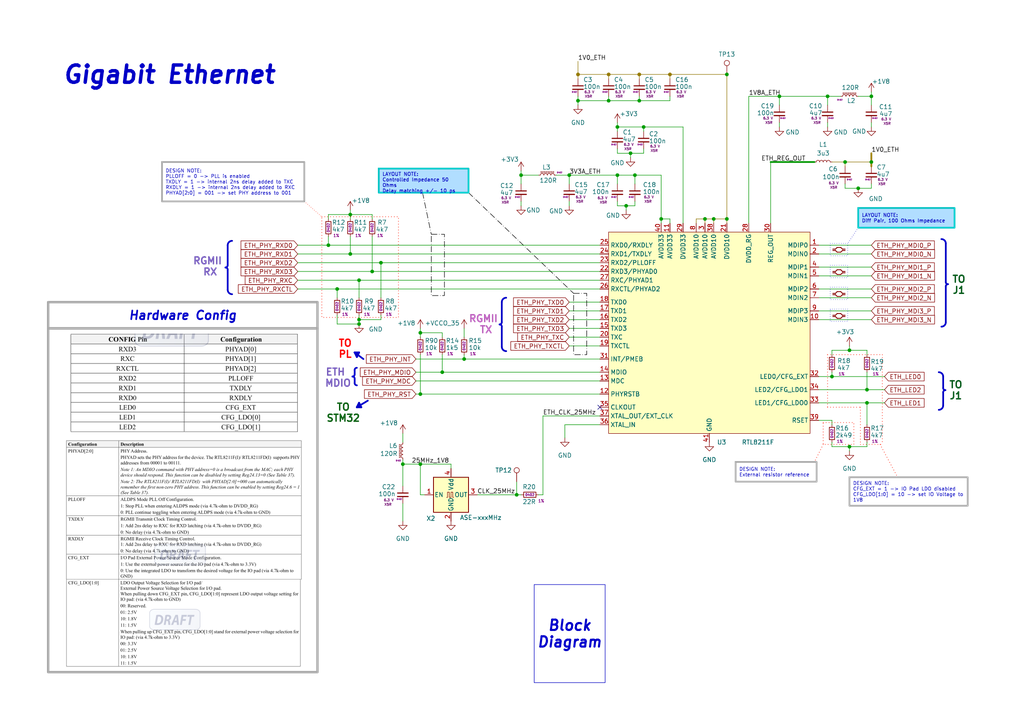
<source format=kicad_sch>
(kicad_sch (version 20250114) (generator "eeschema") (generator_version "9.0")
  (paper "A4")
  (title_block (title "Ethernet PHY") (date "2024-09-22") (rev "1.0"))
  (lib_symbols
    (symbol "C_Small_1" (pin_numbers (hide yes)) (pin_names (offset 0.254) (hide yes))
      (property "Reference" "C50" (at 1.778 2.794 0))
      (property "Value" "470n" (at 1.778 0.762 0))
      (property "Rating" "6.3 V" (at 3.302 -0.762 0))
      (property "Type" "X5R" (at 3.048 -2.032 0))
      (symbol "C_Small_1_1_1"
        (pin passive line (at 0 2.54 270) (length 2.032) (name "~") (number "1"))
        (pin passive line (at 0 -2.54 90) (length 2.032) (name "~") (number "2"))
      )
    )
    (symbol "Connector:TestPoint" (pin_numbers (hide yes)) (pin_names (offset 0.762) (hide yes))
      (property "Reference" "TP" (at 0 6.858 0))
      (property "Value" "TestPoint" (at 0 5.08 0))
      (symbol "TestPoint_1_1"
        (pin passive line (at 0 0 90) (length 2.54) (name "1") (number "1"))
      )
    )
    (symbol "Device:L_Ferrite_Small" (pin_numbers (hide yes)) (pin_names (offset 0.254) (hide yes))
      (property "Reference" "L" (at 1.27 1.016 0))
      (property "Value" "L_Ferrite_Small" (at 1.27 -1.27 0))
      (symbol "L_Ferrite_Small_1_1"
        (pin passive line (at 0 2.54 270) (length 0.508) (name "~") (number "1"))
        (pin passive line (at 0 -2.54 90) (length 0.508) (name "~") (number "2"))
      )
    )
    (symbol "Device:L_Small" (pin_numbers (hide yes)) (pin_names (offset 0.254) (hide yes))
      (property "Reference" "L" (at 0.762 1.016 0))
      (property "Value" "L_Small" (at 0.762 -1.016 0))
      (symbol "L_Small_1_1"
        (pin passive line (at 0 2.54 270) (length 0.508) (name "~") (number "1"))
        (pin passive line (at 0 -2.54 90) (length 0.508) (name "~") (number "2"))
      )
    )
    (symbol "Device:R_Small" (pin_numbers (hide yes)) (pin_names (offset 0.254) (hide yes))
      (property "Reference" "R" (at 0.762 0.508 0))
      (property "Value" "R_Small" (at 0.762 -1.016 0))
      (symbol "R_Small_1_1"
        (pin passive line (at 0 2.54 270) (length 0.762) (name "~") (number "1"))
        (pin passive line (at 0 -2.54 90) (length 0.762) (name "~") (number "2"))
      )
    )
    (symbol "MyLibrary:RTL8211F-CG"
      (property "Reference" "U" (at 26.416 -30.988 0))
      (property "Value" "RTL8211F-CG" (at 14.732 -30.988 0))
      (symbol "RTL8211F-CG_1_1"
        (pin input line (at -31.75 25.4 0) (length 2.54) (name "RXD0/RXDLY") (number "25"))
        (pin input line (at -31.75 22.86 0) (length 2.54) (name "RXD1/TXDLY") (number "24"))
        (pin input line (at -31.75 20.32 0) (length 2.54) (name "RXD2/PLLOFF") (number "23"))
        (pin input line (at -31.75 17.78 0) (length 2.54) (name "RXD3/PHYAD0") (number "22"))
        (pin input line (at -31.75 15.24 0) (length 2.54) (name "RXC/PHYAD1") (number "27"))
        (pin input line (at -31.75 12.7 0) (length 2.54) (name "RXCTL/PHYAD2") (number "26"))
        (pin input line (at -31.75 8.89 0) (length 2.54) (name "TXD0") (number "18"))
        (pin input line (at -31.75 6.35 0) (length 2.54) (name "TXD1") (number "17"))
        (pin input line (at -31.75 3.81 0) (length 2.54) (name "TXD2") (number "16"))
        (pin input line (at -31.75 1.27 0) (length 2.54) (name "TXD3") (number "15"))
        (pin input line (at -31.75 -1.27 0) (length 2.54) (name "TXC") (number "20"))
        (pin input line (at -31.75 -3.81 0) (length 2.54) (name "TXCTL") (number "19"))
        (pin input line (at -31.75 -7.62 0) (length 2.54) (name "INT/PMEB") (number "31"))
        (pin input line (at -31.75 -11.43 0) (length 2.54) (name "MDIO") (number "14"))
        (pin input line (at -31.75 -13.97 0) (length 2.54) (name "MDC") (number "13"))
        (pin input line (at -31.75 -17.78 0) (length 2.54) (name "PHYRSTB") (number "12"))
        (pin input line (at -31.75 -21.59 0) (length 2.54) (name "CLKOUT") (number "35"))
        (pin input line (at -31.75 -24.13 0) (length 2.54) (name "XTAL_OUT/EXT_CLK") (number "37"))
        (pin input line (at -31.75 -26.67 0) (length 2.54) (name "XTAL_IN") (number "36"))
        (pin input line (at -13.97 31.75 270) (length 2.54) (name "AVDD33") (number "40"))
        (pin input line (at -11.43 31.75 270) (length 2.54) (name "AVDD33") (number "11"))
        (pin input line (at -7.62 31.75 270) (length 2.54) (name "DVDD33") (number "29"))
        (pin input line (at -3.81 31.75 270) (length 2.54) (name "AVDD10") (number "8"))
        (pin input line (at -1.27 31.75 270) (length 2.54) (name "AVDD10") (number "3"))
        (pin input line (at 0 -31.75 90) (length 2.54) (name "GND") (number "41"))
        (pin input line (at 1.27 31.75 270) (length 2.54) (name "AVDD10") (number "38"))
        (pin input line (at 5.08 31.75 270) (length 2.54) (name "DVDD10") (number "21"))
        (pin input line (at 11.43 31.75 270) (length 2.54) (name "DVDD_RG") (number "28"))
        (pin input line (at 17.78 31.75 270) (length 2.54) (name "REG_OUT") (number "30"))
        (pin input line (at 31.75 25.4 180) (length 2.54) (name "MDIP0") (number "1"))
        (pin input line (at 31.75 22.86 180) (length 2.54) (name "MDIN0") (number "2"))
        (pin input line (at 31.75 19.05 180) (length 2.54) (name "MDIP1") (number "4"))
        (pin input line (at 31.75 16.51 180) (length 2.54) (name "MDIN1") (number "5"))
        (pin input line (at 31.75 12.7 180) (length 2.54) (name "MDIP2") (number "6"))
        (pin input line (at 31.75 10.16 180) (length 2.54) (name "MDIN2") (number "7"))
        (pin input line (at 31.75 6.35 180) (length 2.54) (name "MDIP3") (number "9"))
        (pin input line (at 31.75 3.81 180) (length 2.54) (name "MDIN3") (number "10"))
        (pin input line (at 31.75 -12.7 180) (length 2.54) (name "LED0/CFG_EXT") (number "32"))
        (pin input line (at 31.75 -16.51 180) (length 2.54) (name "LED2/CFG_LDO1") (number "34"))
        (pin input line (at 31.75 -20.32 180) (length 2.54) (name "LED1/CFG_LDO0") (number "33"))
        (pin input line (at 31.75 -25.4 180) (length 2.54) (name "RSET") (number "39"))
      )
    )
    (symbol "Oscillator:ASE-xxxMHz" (pin_names (offset 0.254))
      (property "Reference" "X" (at -5.08 6.35 0))
      (property "Value" "ASE-xxxMHz" (at 1.27 -6.35 0))
      (symbol "ASE-xxxMHz_1_1"
        (pin input line (at -7.62 0 0) (length 2.54) (name "EN") (number "1"))
        (pin power_in line (at 0 7.62 270) (length 2.54) (name "Vdd") (number "4"))
        (pin power_in line (at 0 -7.62 90) (length 2.54) (name "GND") (number "2"))
        (pin output line (at 7.62 0 180) (length 2.54) (name "OUT") (number "3"))
      )
    )
    (symbol "power:+1V0" (power) (pin_names (offset 0))
      (property "Value" "+1V0" (at 0 3.556 0))
      (symbol "+1V0_1_1"
        (pin power_in line (at 0 0 90) (length 0) (hide yes) (name "+1V0") (number "1"))
      )
    )
    (symbol "power:+1V8" (power) (pin_names (offset 0))
      (property "Value" "+1V8" (at 0 3.556 0))
      (symbol "+1V8_1_1"
        (pin power_in line (at 0 0 90) (length 0) (hide yes) (name "+1V8") (number "1"))
      )
    )
    (symbol "power:GND" (power) (pin_names (offset 0))
      (property "Value" "GND" (at 0 -3.81 0))
      (symbol "GND_1_1"
        (pin power_in line (at 0 0 270) (length 0) (hide yes) (name "GND") (number "1"))
      )
    )
  )
  (arc (start 103.505 111.76) (mid 103.0574 111.5726) (end 102.87 111.125) (stroke (width 0.5)))
  (rectangle (start 240.792 89.662) (end 245.872 93.218) (stroke (width 0.15) (type dot)))
  (arc (start 145.547 93.467) (mid 145.3456 93.8993) (end 144.912 94.102) (stroke (width 0.5)))
  (arc (start 272.287 107.956) (mid 273.1802 108.3284) (end 273.557 109.221) (stroke (width 0.5)))
  (arc (start 274.95 82.428) (mid 274.4953 82.2481) (end 274.315 81.793) (stroke (width 0.5)))
  (rectangle (start 238.76 122.555) (end 247.65 128.905) (stroke (width 0.2) (type dot) (color 255 28 5 1)))
  (rectangle (start 240.792 76.962) (end 245.872 80.518) (stroke (width 0.1524) (type dot)))
  (arc (start 102.24 109.215) (mid 102.6951 109.3949) (end 102.875 109.85) (stroke (width 0.5)))
  (rectangle (start 240.792 70.612) (end 245.872 74.168) (stroke (width 0.1524) (type dot)))
  (arc (start 67.315 85.334) (mid 66.4206 84.9623) (end 66.045 84.069) (stroke (width 0.5)))
  (arc (start 273.557 117.598) (mid 273.1873 118.4945) (end 272.292 118.868) (stroke (width 0.5)))
  (rectangle (start 93.345 62.865) (end 115.57 92.075) (stroke (width 0.2) (type dot) (color 255 28 5 1)))
  (arc (start 274.315 83.063) (mid 274.507 82.6202) (end 274.95 82.428) (stroke (width 0.5)))
  (rectangle (start 125.095 67.945) (end 128.905 85.725) (stroke (width 0.1524) (type dash_dot) (color 0 0 0 1)))
  (arc (start 102.875 108.58) (mid 102.6807 109.0207) (end 102.24 109.215) (stroke (width 0.5)))
  (arc (start 66.045 71.12) (mid 66.412 70.219) (end 67.31 69.85) (stroke (width 0.5)))
  (rectangle (start 13.97 95.25) (end 92.075 194.945) (stroke (width 0.7) (color 168 168 168 1)))
  (arc (start 144.912 94.102) (mid 145.3668 94.2825) (end 145.547 94.737) (stroke (width 0.5)))
  (rectangle (start 166.37 85.09) (end 170.18 102.87) (stroke (width 0.1524) (type dash_dot) (color 0 0 0 1)))
  (arc (start 274.319 93.468) (mid 273.9479 94.3648) (end 273.054 94.738) (stroke (width 0.5)))
  (arc (start 273.557 113.793) (mid 273.7477 113.3485) (end 274.192 113.158) (stroke (width 0.5)))
  (arc (start 102.865 107.31) (mid 103.051 106.861) (end 103.5 106.675) (stroke (width 0.5)))
  (arc (start 145.547 87.63) (mid 145.9147 86.7333) (end 146.812 86.36) (stroke (width 0.5)))
  (arc (start 273.049 69.348) (mid 273.9445 69.7181) (end 274.319 70.613) (stroke (width 0.5)))
  (arc (start 274.192 113.158) (mid 273.7345 112.979) (end 273.557 112.523) (stroke (width 0.5)))
  (arc (start 66.045 76.957) (mid 65.8458 77.3911) (end 65.41 77.592) (stroke (width 0.5)))
  (rectangle (start 240.792 83.312) (end 245.872 86.868) (stroke (width 0.1524) (type dot)))
  (arc (start 146.817 101.844) (mid 145.9213 101.473) (end 145.547 100.579) (stroke (width 0.5)))
  (arc (start 65.41 77.592) (mid 65.8625 77.7722) (end 66.045 78.227) (stroke (width 0.5)))
  (text "ETH \nMDIO" (at 98.044 109.728 0) (effects (font (size 2 2) (thickness 0.4) (bold yes))))
  (text "TO\nJ1" (at 277.245 113.407 0) (effects (font (size 2 2) (thickness 0.4) (bold yes))))
  (text "TO\nJ1" (at 278.13 82.804 0) (effects (font (size 2 2) (thickness 0.4) (bold yes))))
  (text "RGMII \nTX" (at 140.97 94.234 0) (effects (font (size 2 2) (thickness 0.4) (bold yes))))
  (text "TO\nSTM32" (at 99.568 119.888 0) (effects (font (size 2 2) (thickness 0.4) (bold yes))))
  (text "RGMII \nRX" (at 60.96 77.47 0) (effects (font (size 2 2) (thickness 0.4) (bold yes))))
  (text "TO \nPL" (at 98.044 101.346 0) (effects (font (size 2 2) (thickness 0.4) (bold yes)) (justify left)))
  (text "Gigabit Ethernet" (at 49.022 21.844 0) (effects (font (size 5 5) (thickness 1) (bold yes) (italic yes))))
  (text_box "DESIGN NOTE:\nCFG_EXT = 1 -> IO Pad LDO disabled\nCFG_LDO[1:0] = 10 -> set IO Voltage to 1V8" (at 246.38 138.43 0) (size 34.29 8.255) (margins 1 1 1 1) (stroke (width 0.5) (color 168 168 168 1)) (effects (font (size 1 1) (thickness 0.125)) (justify left)))
  (text_box "Hardware Config" (at 13.97 87.63 0) (size 78.105 7.62) (margins 2.225 2.225 2.225 2.225) (stroke (width 0.7) (color 168 168 168 1)) (effects (font (size 2.5 2.5) (bold yes) (italic yes))))
  (text_box "LAYOUT NOTE:\nDiff Pair, 100 Ohms Impedance\n" (at 248.92 60.325 0) (size 27.94 5.715) (margins 1 1 1 1) (stroke (width 0.5) (color 0 194 194 1)) (fill (type color) (color 61 172 255 0.4)) (effects (font (size 1 1)) (justify left)))
  (text_box "Block\nDiagram" (at 154.94 169.545 0) (size 20.574 28.448) (margins 2.25 2.25 2.25 2.25) (effects (font (size 3 3) (thickness 0.6) (bold yes) (italic yes))))
  (text_box "DESIGN NOTE:\nPLLOFF = 0 -> PLL is enabled\nTXDLY = 1 -> internal 2ns delay added to TXC\nRXDLY = 1 -> internal 2ns delay added to RXC\nPHYAD[2:0] = 001 -> set PHY address to 001" (at 46.99 46.99 0) (size 41.275 11.43) (margins 1 1 1 1) (stroke (width 0.5) (color 168 168 168 1)) (effects (font (size 1 1) (thickness 0.125)) (justify left)))
  (text_box "LAYOUT NOTE:\nControlled Impedance 50 Ohms\nDelay matching +/- 10 ps" (at 109.855 48.895 0) (size 26.035 6.985) (margins 1 1 1 1) (stroke (width 0.5) (color 0 194 194 1)) (fill (type color) (color 61 172 255 0.4)) (effects (font (size 1 1)) (justify left top)))
  (text_box "DESIGN NOTE:\nExternal resistor reference" (at 213.36 133.985 0) (size 23.495 5.715) (margins 1 1 1 1) (stroke (width 0.5) (color 168 168 168 1)) (effects (font (size 1 1) (thickness 0.125)) (justify left)))
  (junction (at 184.15 50.8))
  (junction (at 252.73 46.99))
  (junction (at 251.46 113.03))
  (junction (at 104.14 81.28))
  (junction (at 185.42 29.21))
  (junction (at 252.73 27.94))
  (junction (at 128.27 107.95))
  (junction (at 251.46 116.84))
  (junction (at 245.11 46.99))
  (junction (at 134.62 104.14))
  (junction (at 104.14 93.98))
  (junction (at 240.03 27.94))
  (junction (at 97.79 83.82))
  (junction (at 167.64 21.59) (color 143 115 0 1))
  (junction (at 165.1 50.8))
  (junction (at 167.64 29.21))
  (junction (at 179.07 36.83))
  (junction (at 246.38 101.6))
  (junction (at 248.92 54.61))
  (junction (at 226.06 27.94))
  (junction (at 121.92 114.3))
  (junction (at 95.25 71.12))
  (junction (at 107.95 78.74))
  (junction (at 207.01 63.5))
  (junction (at 151.13 50.8))
  (junction (at 121.92 134.62))
  (junction (at 176.53 21.59) (color 143 115 0 1))
  (junction (at 149.86 143.51))
  (junction (at 185.42 21.59) (color 143 115 0 1))
  (junction (at 101.6 73.66))
  (junction (at 191.77 63.5))
  (junction (at 204.47 63.5))
  (junction (at 110.49 76.2))
  (junction (at 186.69 36.83))
  (junction (at 194.31 21.59) (color 143 115 0 1))
  (junction (at 116.84 134.62))
  (junction (at 121.92 96.52))
  (junction (at 104.14 92.71))
  (junction (at 210.82 21.59))
  (junction (at 246.38 129.54))
  (junction (at 210.82 63.5))
  (junction (at 241.3 109.22))
  (junction (at 182.88 44.45))
  (junction (at 181.61 59.69))
  (junction (at 179.07 50.8))
  (junction (at 176.53 29.21))
  (junction (at 101.6 62.23))
  (no_connect (at 173.99 118.11))
  (polyline (pts (xy 248.92 66.04) (xy 245.872 70.612)) (stroke (width 0.1524) (type dot)))
  (polyline (pts (xy 244.348 91.821) (xy 245.11 91.821)) (stroke (width 0.25) (color 132 0 0 1)))
  (wire (pts (xy 176.53 21.59) (xy 185.42 21.59)) (stroke (width 0) (color 143 115 0 1)))
  (polyline (pts (xy 145.542 87.63) (xy 145.542 93.472)) (stroke (width 0.5)))
  (polyline (pts (xy 245.11 78.74) (xy 244.348 78.74)) (stroke (width 0.25) (color 132 0 0 1)))
  (polyline (pts (xy 242.824 78.232) (xy 242.316 78.74)) (stroke (width 0.25) (color 132 0 0 1)))
  (wire (pts (xy 165.1 58.42) (xy 165.1 59.69)))
  (wire (pts (xy 104.14 81.28) (xy 104.14 86.36)))
  (polyline (pts (xy 242.316 91.44) (xy 241.554 91.44)) (stroke (width 0.25) (color 132 0 0 1)))
  (wire (pts (xy 151.13 50.8) (xy 151.13 53.34)))
  (polyline (pts (xy 103.505 102.87) (xy 103.505 103.505)) (stroke (width 0.55)))
  (polyline (pts (xy 244.348 91.44) (xy 243.84 90.932)) (stroke (width 0.25) (color 132 0 0 1)))
  (wire (pts (xy 217.17 27.94) (xy 217.17 64.77)))
  (polyline (pts (xy 244.348 72.644) (xy 245.11 72.644)) (stroke (width 0.25) (color 132 0 0 1)))
  (wire (pts (xy 210.82 63.5) (xy 210.82 64.77)) (stroke (width 0) (color 143 115 0 1)))
  (wire (pts (xy 161.29 50.8) (xy 165.1 50.8)))
  (wire (pts (xy 201.93 63.5) (xy 204.47 63.5)) (stroke (width 0) (color 143 115 0 1)))
  (polyline (pts (xy 66.04 78.232) (xy 66.04 84.074)) (stroke (width 0.5)))
  (wire (pts (xy 163.83 123.19) (xy 173.99 123.19)))
  (polyline (pts (xy 244.348 85.09) (xy 243.84 84.582)) (stroke (width 0.25) (color 132 0 0 1)))
  (wire (pts (xy 204.47 63.5) (xy 204.47 64.77)) (stroke (width 0) (color 143 115 0 1)))
  (wire (pts (xy 95.25 62.23) (xy 101.6 62.23)))
  (wire (pts (xy 86.36 78.74) (xy 107.95 78.74)))
  (polyline (pts (xy 242.824 90.932) (xy 242.316 91.44)) (stroke (width 0.25) (color 132 0 0 1)))
  (wire (pts (xy 167.64 21.59) (xy 176.53 21.59)) (stroke (width 0) (color 143 115 0 1)))
  (polyline (pts (xy 244.348 85.471) (xy 245.11 85.471)) (stroke (width 0.25) (color 132 0 0 1)))
  (wire (pts (xy 237.49 71.12) (xy 252.73 71.12)))
  (wire (pts (xy 165.1 87.63) (xy 173.99 87.63)))
  (polyline (pts (xy 240.03 102.87) (xy 240.03 118.11)) (stroke (width 0.2) (type dot) (color 255 28 5 1)))
  (wire (pts (xy 86.36 71.12) (xy 95.25 71.12)))
  (wire (pts (xy 107.95 68.58) (xy 107.95 78.74)))
  (polyline (pts (xy 241.554 79.121) (xy 242.316 79.121)) (stroke (width 0.25) (color 132 0 0 1)))
  (wire (pts (xy 194.31 22.86) (xy 194.31 21.59)) (stroke (width 0) (color 143 115 0 1)))
  (wire (pts (xy 194.31 27.94) (xy 194.31 29.21)))
  (wire (pts (xy 86.36 83.82) (xy 97.79 83.82)))
  (polyline (pts (xy 243.84 90.932) (xy 242.824 90.932)) (stroke (width 0.25) (color 132 0 0 1)))
  (wire (pts (xy 120.65 114.3) (xy 121.92 114.3)))
  (wire (pts (xy 246.38 129.54) (xy 251.46 129.54)))
  (wire (pts (xy 157.48 120.65) (xy 173.99 120.65)))
  (wire (pts (xy 226.06 35.56) (xy 226.06 36.83)))
  (wire (pts (xy 252.73 26.67) (xy 252.73 27.94)))
  (wire (pts (xy 226.06 30.48) (xy 226.06 27.94)))
  (wire (pts (xy 165.1 97.79) (xy 173.99 97.79)))
  (wire (pts (xy 252.73 27.94) (xy 252.73 30.48)))
  (polyline (pts (xy 242.316 78.74) (xy 241.554 78.74)) (stroke (width 0.25) (color 132 0 0 1)))
  (wire (pts (xy 194.31 21.59) (xy 210.82 21.59)) (stroke (width 0) (color 143 115 0 1)))
  (polyline (pts (xy 102.87 102.235) (xy 104.14 102.235)) (stroke (width 0.55)))
  (wire (pts (xy 121.92 143.51) (xy 123.19 143.51)))
  (polyline (pts (xy 274.32 93.472) (xy 274.32 83.058)) (stroke (width 0.5)))
  (wire (pts (xy 120.65 110.49) (xy 173.99 110.49)))
  (wire (pts (xy 107.95 62.23) (xy 107.95 63.5)))
  (polyline (pts (xy 104.14 102.235) (xy 103.505 102.87)) (stroke (width 0.55)))
  (wire (pts (xy 241.3 46.99) (xy 245.11 46.99)) (stroke (width 0) (color 143 115 0 1)))
  (polyline (pts (xy 241.554 85.471) (xy 242.316 85.471)) (stroke (width 0.25) (color 132 0 0 1)))
  (wire (pts (xy 191.77 50.8) (xy 184.15 50.8)))
  (wire (pts (xy 134.62 95.25) (xy 134.62 97.79)))
  (polyline (pts (xy 242.824 84.582) (xy 242.316 85.09)) (stroke (width 0.25) (color 132 0 0 1)))
  (polyline (pts (xy 243.84 73.152) (xy 244.348 72.644)) (stroke (width 0.25) (color 132 0 0 1)))
  (wire (pts (xy 185.42 21.59) (xy 194.31 21.59)) (stroke (width 0) (color 143 115 0 1)))
  (polyline (pts (xy 242.824 85.979) (xy 243.84 85.979)) (stroke (width 0.25) (color 132 0 0 1)))
  (wire (pts (xy 157.48 143.51) (xy 156.21 143.51)))
  (wire (pts (xy 97.79 91.44) (xy 97.79 93.98)))
  (polyline (pts (xy 243.84 84.582) (xy 242.824 84.582)) (stroke (width 0.25) (color 132 0 0 1)))
  (wire (pts (xy 185.42 22.86) (xy 185.42 21.59)) (stroke (width 0) (color 143 115 0 1)))
  (polyline (pts (xy 242.316 91.821) (xy 242.824 92.329)) (stroke (width 0.25) (color 132 0 0 1)))
  (polyline (pts (xy 255.905 102.87) (xy 255.905 128.905)) (stroke (width 0.2) (type dot) (color 255 28 5 1)))
  (wire (pts (xy 121.92 95.25) (xy 121.92 96.52)))
  (wire (pts (xy 176.53 27.94) (xy 176.53 29.21)))
  (polyline (pts (xy 238.76 128.905) (xy 236.22 133.985)) (stroke (width 0.2) (type dot) (color 255 28 5 1)))
  (wire (pts (xy 167.64 17.78) (xy 167.64 21.59)) (stroke (width 0) (color 143 115 0 1)))
  (wire (pts (xy 241.3 109.22) (xy 256.54 109.22)))
  (wire (pts (xy 134.62 104.14) (xy 173.99 104.14)))
  (polyline (pts (xy 245.11 85.09) (xy 244.348 85.09)) (stroke (width 0.25) (color 132 0 0 1)))
  (wire (pts (xy 241.3 109.22) (xy 237.49 109.22)))
  (wire (pts (xy 86.36 81.28) (xy 104.14 81.28)))
  (wire (pts (xy 95.25 68.58) (xy 95.25 71.12)))
  (wire (pts (xy 138.43 143.51) (xy 149.86 143.51)))
  (polyline (pts (xy 122.555 55.88) (xy 125.095 67.945)) (stroke (width 0) (type dash_dot) (color 0 0 0 1)))
  (wire (pts (xy 128.27 96.52) (xy 128.27 97.79)))
  (wire (pts (xy 95.25 63.5) (xy 95.25 62.23)))
  (wire (pts (xy 245.11 53.34) (xy 245.11 54.61)))
  (wire (pts (xy 237.49 90.17) (xy 252.73 90.17)))
  (wire (pts (xy 182.88 44.45) (xy 186.69 44.45)))
  (polyline (pts (xy 245.11 72.263) (xy 244.348 72.263)) (stroke (width 0.25) (color 132 0 0 1)))
  (wire (pts (xy 149.86 139.7) (xy 149.86 143.51)))
  (wire (pts (xy 86.36 73.66) (xy 101.6 73.66)))
  (polyline (pts (xy 245.11 91.44) (xy 244.348 91.44)) (stroke (width 0.25) (color 132 0 0 1)))
  (wire (pts (xy 241.3 128.27) (xy 241.3 129.54)))
  (wire (pts (xy 179.07 59.69) (xy 181.61 59.69)))
  (polyline (pts (xy 273.558 117.602) (xy 273.562 113.788)) (stroke (width 0.5)))
  (wire (pts (xy 107.95 78.74) (xy 173.99 78.74)))
  (wire (pts (xy 121.92 102.87) (xy 121.92 114.3)))
  (polyline (pts (xy 103.505 118.11) (xy 106.68 116.205)) (stroke (width 0.5)))
  (polyline (pts (xy 242.316 85.09) (xy 241.554 85.09)) (stroke (width 0.25) (color 132 0 0 1)))
  (polyline (pts (xy 102.87 102.235) (xy 105.41 104.14)) (stroke (width 0.5)))
  (wire (pts (xy 101.6 60.96) (xy 101.6 62.23)))
  (wire (pts (xy 237.49 73.66) (xy 252.73 73.66)))
  (wire (pts (xy 116.84 133.35) (xy 116.84 134.62)))
  (wire (pts (xy 95.25 71.12) (xy 173.99 71.12)))
  (wire (pts (xy 121.92 96.52) (xy 121.92 97.79)))
  (wire (pts (xy 246.38 129.54) (xy 246.38 130.81)))
  (polyline (pts (xy 244.348 79.121) (xy 245.11 79.121)) (stroke (width 0.25) (color 132 0 0 1)))
  (wire (pts (xy 240.03 35.56) (xy 240.03 36.83)))
  (polyline (pts (xy 255.27 128.905) (xy 260.35 138.43)) (stroke (width 0.2) (type dot) (color 255 28 5 1)))
  (polyline (pts (xy 241.554 72.644) (xy 242.316 72.644)) (stroke (width 0.25) (color 132 0 0 1)))
  (wire (pts (xy 151.13 49.53) (xy 151.13 50.8)))
  (wire (pts (xy 252.73 35.56) (xy 252.73 36.83)))
  (wire (pts (xy 181.61 59.69) (xy 181.61 60.96)))
  (wire (pts (xy 165.1 92.71) (xy 173.99 92.71)))
  (wire (pts (xy 181.61 59.69) (xy 184.15 59.69)))
  (wire (pts (xy 101.6 68.58) (xy 101.6 73.66)))
  (wire (pts (xy 241.3 101.6) (xy 246.38 101.6)))
  (wire (pts (xy 128.27 102.87) (xy 128.27 107.95)))
  (wire (pts (xy 237.49 77.47) (xy 252.73 77.47)))
  (wire (pts (xy 204.47 63.5) (xy 207.01 63.5)) (stroke (width 0) (color 143 115 0 1)))
  (wire (pts (xy 179.07 53.34) (xy 179.07 50.8)))
  (polyline (pts (xy 273.562 112.518) (xy 273.558 109.22)) (stroke (width 0.5)))
  (wire (pts (xy 251.46 113.03) (xy 251.46 107.95)))
  (wire (pts (xy 186.69 43.18) (xy 186.69 44.45)))
  (wire (pts (xy 252.73 44.45) (xy 252.73 46.99)) (stroke (width 0.5) (color 143 115 0 1)))
  (polyline (pts (xy 102.87 109.855) (xy 102.87 111.125)) (stroke (width 0.5)))
  (polyline (pts (xy 242.824 73.152) (xy 243.84 73.152)) (stroke (width 0.25) (color 132 0 0 1)))
  (polyline (pts (xy 242.316 85.471) (xy 242.824 85.979)) (stroke (width 0.25) (color 132 0 0 1)))
  (wire (pts (xy 217.17 27.94) (xy 226.06 27.94)))
  (wire (pts (xy 101.6 73.66) (xy 173.99 73.66)))
  (polyline (pts (xy 243.84 79.629) (xy 244.348 79.121)) (stroke (width 0.25) (color 132 0 0 1)))
  (wire (pts (xy 245.11 54.61) (xy 248.92 54.61)))
  (wire (pts (xy 176.53 21.59) (xy 176.53 22.86)) (stroke (width 0) (color 143 115 0 1)))
  (wire (pts (xy 223.52 46.99) (xy 223.52 64.77)))
  (polyline (pts (xy 243.84 85.979) (xy 244.348 85.471)) (stroke (width 0.25) (color 132 0 0 1)))
  (wire (pts (xy 194.31 64.77) (xy 194.31 63.5)))
  (wire (pts (xy 186.69 38.1) (xy 186.69 36.83)))
  (wire (pts (xy 151.13 50.8) (xy 156.21 50.8)))
  (wire (pts (xy 179.07 58.42) (xy 179.07 59.69)))
  (polyline (pts (xy 242.316 72.644) (xy 242.824 73.152)) (stroke (width 0.25) (color 132 0 0 1)))
  (polyline (pts (xy 104.14 116.84) (xy 104.775 118.11)) (stroke (width 0.55)))
  (wire (pts (xy 134.62 102.87) (xy 134.62 104.14)))
  (wire (pts (xy 176.53 29.21) (xy 185.42 29.21)))
  (polyline (pts (xy 249.555 128.905) (xy 255.905 128.905)) (stroke (width 0.2) (type dot) (color 255 28 5 1)))
  (wire (pts (xy 251.46 116.84) (xy 256.54 116.84)))
  (polyline (pts (xy 249.555 118.11) (xy 249.555 128.905)) (stroke (width 0.2) (type dot) (color 255 28 5 1)))
  (polyline (pts (xy 241.554 91.821) (xy 242.316 91.821)) (stroke (width 0.25) (color 132 0 0 1)))
  (wire (pts (xy 246.38 101.6) (xy 251.46 101.6)))
  (wire (pts (xy 252.73 27.94) (xy 248.92 27.94)))
  (polyline (pts (xy 274.32 81.788) (xy 274.32 70.608)) (stroke (width 0.5)))
  (polyline (pts (xy 102.87 102.235) (xy 102.87 102.235)) (stroke (width 0.5)))
  (wire (pts (xy 97.79 83.82) (xy 97.79 86.36)))
  (polyline (pts (xy 103.505 118.11) (xy 104.14 116.84)) (stroke (width 0.55)))
  (wire (pts (xy 182.88 44.45) (xy 182.88 45.72)))
  (wire (pts (xy 198.12 36.83) (xy 198.12 64.77)))
  (wire (pts (xy 157.48 120.65) (xy 157.48 143.51)))
  (wire (pts (xy 97.79 83.82) (xy 173.99 83.82)))
  (wire (pts (xy 121.92 114.3) (xy 173.99 114.3)))
  (wire (pts (xy 121.92 134.62) (xy 121.92 143.51)))
  (polyline (pts (xy 240.03 118.11) (xy 249.555 118.11)) (stroke (width 0.2) (type dot) (color 255 28 5 1)))
  (wire (pts (xy 252.73 46.99) (xy 252.73 48.26)) (stroke (width 0.5) (color 143 115 0 1)))
  (wire (pts (xy 104.14 81.28) (xy 173.99 81.28)))
  (wire (pts (xy 179.07 35.56) (xy 179.07 36.83)))
  (wire (pts (xy 104.14 92.71) (xy 104.14 93.98)))
  (wire (pts (xy 191.77 63.5) (xy 194.31 63.5)))
  (wire (pts (xy 151.13 143.51) (xy 149.86 143.51)))
  (wire (pts (xy 243.84 27.94) (xy 240.03 27.94)))
  (wire (pts (xy 165.1 90.17) (xy 173.99 90.17)))
  (wire (pts (xy 179.07 50.8) (xy 184.15 50.8)))
  (polyline (pts (xy 103.505 118.11) (xy 104.775 118.11)) (stroke (width 0.55)))
  (polyline (pts (xy 243.84 92.329) (xy 244.348 91.821)) (stroke (width 0.25) (color 132 0 0 1)))
  (wire (pts (xy 237.49 83.82) (xy 252.73 83.82)))
  (wire (pts (xy 116.84 125.73) (xy 116.84 128.27)))
  (wire (pts (xy 237.49 80.01) (xy 252.73 80.01)))
  (wire (pts (xy 184.15 50.8) (xy 184.15 53.34)))
  (wire (pts (xy 201.93 63.5) (xy 201.93 64.77)) (stroke (width 0) (color 143 115 0 1)))
  (wire (pts (xy 198.12 36.83) (xy 186.69 36.83)))
  (wire (pts (xy 179.07 43.18) (xy 179.07 44.45)))
  (wire (pts (xy 252.73 53.34) (xy 252.73 54.61)))
  (polyline (pts (xy 242.316 79.121) (xy 242.824 79.629)) (stroke (width 0.25) (color 132 0 0 1)))
  (polyline (pts (xy 243.84 71.755) (xy 242.824 71.755)) (stroke (width 0.25) (color 132 0 0 1)))
  (wire (pts (xy 121.92 96.52) (xy 128.27 96.52)))
  (wire (pts (xy 120.65 107.95) (xy 128.27 107.95)))
  (polyline (pts (xy 242.824 71.755) (xy 242.316 72.263)) (stroke (width 0.25) (color 132 0 0 1)))
  (wire (pts (xy 97.79 93.98) (xy 104.14 93.98)))
  (polyline (pts (xy 244.348 78.74) (xy 243.84 78.232)) (stroke (width 0.25) (color 132 0 0 1)))
  (wire (pts (xy 241.3 101.6) (xy 241.3 102.87)))
  (wire (pts (xy 104.14 92.71) (xy 110.49 92.71)))
  (wire (pts (xy 245.11 46.99) (xy 252.73 46.99)) (stroke (width 0) (color 143 115 0 1)))
  (wire (pts (xy 101.6 62.23) (xy 101.6 63.5)))
  (wire (pts (xy 110.49 91.44) (xy 110.49 92.71)))
  (wire (pts (xy 237.49 121.92) (xy 241.3 121.92)))
  (wire (pts (xy 226.06 27.94) (xy 240.03 27.94)))
  (wire (pts (xy 241.3 121.92) (xy 241.3 123.19)))
  (wire (pts (xy 116.84 134.62) (xy 121.92 134.62)))
  (wire (pts (xy 191.77 50.8) (xy 191.77 63.5)))
  (wire (pts (xy 246.38 100.33) (xy 246.38 101.6)))
  (wire (pts (xy 101.6 62.23) (xy 107.95 62.23)))
  (polyline (pts (xy 102.87 102.235) (xy 103.505 103.505)) (stroke (width 0.55)))
  (wire (pts (xy 251.46 116.84) (xy 251.46 123.19)))
  (wire (pts (xy 116.84 134.62) (xy 116.84 140.97)))
  (wire (pts (xy 116.84 146.05) (xy 116.84 151.13)))
  (wire (pts (xy 86.36 76.2) (xy 110.49 76.2)))
  (wire (pts (xy 251.46 101.6) (xy 251.46 102.87)))
  (wire (pts (xy 179.07 36.83) (xy 179.07 38.1)))
  (polyline (pts (xy 242.316 72.263) (xy 241.554 72.263)) (stroke (width 0.25) (color 132 0 0 1)))
  (wire (pts (xy 237.49 92.71) (xy 252.73 92.71)))
  (wire (pts (xy 167.64 27.94) (xy 167.64 29.21)))
  (polyline (pts (xy 135.89 55.88) (xy 166.37 85.09)) (stroke (width 0) (type dash_dot) (color 0 0 0 1)))
  (polyline (pts (xy 104.14 102.235) (xy 103.505 103.505)) (stroke (width 0.55)))
  (wire (pts (xy 251.46 128.27) (xy 251.46 129.54)))
  (wire (pts (xy 165.1 95.25) (xy 173.99 95.25)))
  (polyline (pts (xy 66.04 71.12) (xy 66.04 76.962)) (stroke (width 0.5)))
  (wire (pts (xy 179.07 36.83) (xy 186.69 36.83)))
  (wire (pts (xy 210.82 21.59) (xy 210.82 63.5)) (stroke (width 0) (color 143 115 0 1)))
  (wire (pts (xy 248.92 54.61) (xy 252.73 54.61)))
  (wire (pts (xy 151.13 58.42) (xy 151.13 59.69)))
  (wire (pts (xy 167.64 22.86) (xy 167.64 21.59)) (stroke (width 0) (color 143 115 0 1)))
  (wire (pts (xy 223.52 46.99) (xy 236.22 46.99)) (stroke (width 0.5)))
  (polyline (pts (xy 242.824 79.629) (xy 243.84 79.629)) (stroke (width 0.25) (color 132 0 0 1)))
  (wire (pts (xy 104.14 91.44) (xy 104.14 92.71)))
  (polyline (pts (xy 145.542 94.742) (xy 145.542 100.584)) (stroke (width 0.5)))
  (wire (pts (xy 241.3 107.95) (xy 241.3 109.22)))
  (wire (pts (xy 179.07 44.45) (xy 182.88 44.45)))
  (polyline (pts (xy 243.84 78.232) (xy 242.824 78.232)) (stroke (width 0.25) (color 132 0 0 1)))
  (polyline (pts (xy 240.03 102.87) (xy 255.905 102.87)) (stroke (width 0.2) (type dot) (color 255 28 5 1)))
  (wire (pts (xy 251.46 113.03) (xy 256.54 113.03)))
  (wire (pts (xy 167.64 29.21) (xy 176.53 29.21)))
  (wire (pts (xy 165.1 50.8) (xy 179.07 50.8)))
  (wire (pts (xy 245.11 46.99) (xy 245.11 48.26)) (stroke (width 0) (color 143 115 0 1)))
  (wire (pts (xy 120.65 104.14) (xy 134.62 104.14)))
  (wire (pts (xy 165.1 100.33) (xy 173.99 100.33)))
  (wire (pts (xy 121.92 134.62) (xy 130.81 134.62)))
  (wire (pts (xy 241.3 129.54) (xy 246.38 129.54)))
  (polyline (pts (xy 88.265 58.42) (xy 93.345 62.865)) (stroke (width 0.1524) (type dot) (color 255 28 5 1)))
  (polyline (pts (xy 102.87 107.315) (xy 102.87 108.585)) (stroke (width 0.5)))
  (wire (pts (xy 165.1 53.34) (xy 165.1 50.8)))
  (wire (pts (xy 207.01 63.5) (xy 210.82 63.5)) (stroke (width 0) (color 143 115 0 1)))
  (wire (pts (xy 110.49 76.2) (xy 173.99 76.2)))
  (wire (pts (xy 167.64 29.21) (xy 167.64 30.48)))
  (polyline (pts (xy 244.348 72.263) (xy 243.84 71.755)) (stroke (width 0.25) (color 132 0 0 1)))
  (wire (pts (xy 128.27 107.95) (xy 173.99 107.95)))
  (wire (pts (xy 237.49 116.84) (xy 251.46 116.84)))
  (polyline (pts (xy 242.824 92.329) (xy 243.84 92.329)) (stroke (width 0.25) (color 132 0 0 1)))
  (wire (pts (xy 184.15 58.42) (xy 184.15 59.69)))
  (wire (pts (xy 191.77 63.5) (xy 191.77 64.77)))
  (wire (pts (xy 130.81 134.62) (xy 130.81 135.89)))
  (wire (pts (xy 185.42 29.21) (xy 185.42 27.94)))
  (wire (pts (xy 185.42 29.21) (xy 194.31 29.21)))
  (wire (pts (xy 110.49 76.2) (xy 110.49 86.36)))
  (wire (pts (xy 237.49 86.36) (xy 252.73 86.36)))
  (wire (pts (xy 237.49 113.03) (xy 251.46 113.03)))
  (wire (pts (xy 240.03 27.94) (xy 240.03 30.48)))
  (wire (pts (xy 207.01 64.77) (xy 207.01 63.5)) (stroke (width 0) (color 143 115 0 1)))
  (wire (pts (xy 163.83 127) (xy 163.83 123.19)))
  (image (at 53.34 111.125) (scale 1.05046))
  (image (at 53.34 147.955) (scale 0.726262))
  (image (at 53.213 180.721) (scale 0.7229))
  (label "ETH_CLK_25MHz" (at 157.48 120.65 0))
  (label "25MHz_1V8" (at 119.38 134.62 0))
  (label "CLK_25MHz" (at 138.43 143.51 0))
  (label "1V0_ETH" (at 167.64 17.78 0))
  (label "1V8A_ETH" (at 217.17 27.94 0))
  (label "1V0_ETH" (at 252.73 44.45 0))
  (label "ETH_REG_OUT" (at 233.68 46.99 180))
  (label "3V3A_ETH" (at 165.1 50.8 0))
  (global_label "ETH_PHY_INT" (shape input) (at 120.65 104.14 180) (property "Intersheetrefs" "${INTERSHEET_REFS}" (effects (hide yes))))
  (global_label "ETH_PHY_MDC" (shape input) (at 120.65 110.49 180) (property "Intersheetrefs" "${INTERSHEET_REFS}" (effects (hide yes))))
  (global_label "ETH_PHY_RXD0" (shape input) (at 86.36 71.12 180) (property "Intersheetrefs" "${INTERSHEET_REFS}" (effects (hide yes))))
  (global_label "ETH_LED2" (shape input) (at 256.54 113.03 0) (property "Intersheetrefs" "${INTERSHEET_REFS}" (effects (hide yes))))
  (global_label "ETH_PHY_MDI2_P" (shape input) (at 252.73 83.82 0) (property "Intersheetrefs" "${INTERSHEET_REFS}" (effects (hide yes))))
  (global_label "ETH_PHY_MDI2_N" (shape input) (at 252.73 86.36 0) (property "Intersheetrefs" "${INTERSHEET_REFS}" (effects (hide yes))))
  (global_label "ETH_PHY_RXD2" (shape input) (at 86.36 76.2 180) (property "Intersheetrefs" "${INTERSHEET_REFS}" (effects (hide yes))))
  (global_label "ETH_PHY_TXD1" (shape input) (at 165.1 90.17 180) (property "Intersheetrefs" "${INTERSHEET_REFS}" (effects (hide yes))))
  (global_label "ETH_PHY_RXD3" (shape input) (at 86.36 78.74 180) (property "Intersheetrefs" "${INTERSHEET_REFS}" (effects (hide yes))))
  (global_label "ETH_PHY_MDI3_P" (shape input) (at 252.73 90.17 0) (property "Intersheetrefs" "${INTERSHEET_REFS}" (effects (hide yes))))
  (global_label "ETH_LED0" (shape input) (at 256.54 109.22 0) (property "Intersheetrefs" "${INTERSHEET_REFS}" (effects (hide yes))))
  (global_label "ETH_PHY_RXD1" (shape input) (at 86.36 73.66 180) (property "Intersheetrefs" "${INTERSHEET_REFS}" (effects (hide yes))))
  (global_label "ETH_PHY_RST" (shape input) (at 120.65 114.3 180) (property "Intersheetrefs" "${INTERSHEET_REFS}" (effects (hide yes))))
  (global_label "ETH_PHY_MDIO" (shape input) (at 120.65 107.95 180) (property "Intersheetrefs" "${INTERSHEET_REFS}" (effects (hide yes))))
  (global_label "ETH_PHY_TXC" (shape input) (at 165.1 97.79 180) (property "Intersheetrefs" "${INTERSHEET_REFS}" (effects (hide yes))))
  (global_label "ETH_PHY_RXC" (shape input) (at 86.36 81.28 180) (property "Intersheetrefs" "${INTERSHEET_REFS}" (effects (hide yes))))
  (global_label "ETH_PHY_MDI0_N" (shape input) (at 252.73 73.66 0) (property "Intersheetrefs" "${INTERSHEET_REFS}" (effects (hide yes))))
  (global_label "ETH_PHY_TXD2" (shape input) (at 165.1 92.71 180) (property "Intersheetrefs" "${INTERSHEET_REFS}" (effects (hide yes))))
  (global_label "ETH_PHY_MDI1_N" (shape input) (at 252.73 80.01 0) (property "Intersheetrefs" "${INTERSHEET_REFS}" (effects (hide yes))))
  (global_label "ETH_PHY_TXD3" (shape input) (at 165.1 95.25 180) (property "Intersheetrefs" "${INTERSHEET_REFS}" (effects (hide yes))))
  (global_label "ETH_PHY_TXD0" (shape input) (at 165.1 87.63 180) (property "Intersheetrefs" "${INTERSHEET_REFS}" (effects (hide yes))))
  (global_label "ETH_PHY_MDI0_P" (shape input) (at 252.73 71.12 0) (property "Intersheetrefs" "${INTERSHEET_REFS}" (effects (hide yes))))
  (global_label "ETH_PHY_TXCTL" (shape input) (at 165.1 100.33 180) (property "Intersheetrefs" "${INTERSHEET_REFS}" (effects (hide yes))))
  (global_label "ETH_PHY_MDI3_N" (shape input) (at 252.73 92.71 0) (property "Intersheetrefs" "${INTERSHEET_REFS}" (effects (hide yes))))
  (global_label "ETH_PHY_RXCTL" (shape input) (at 86.36 83.82 180) (property "Intersheetrefs" "${INTERSHEET_REFS}" (effects (hide yes))))
  (global_label "ETH_PHY_MDI1_P" (shape input) (at 252.73 77.47 0) (property "Intersheetrefs" "${INTERSHEET_REFS}" (effects (hide yes))))
  (global_label "ETH_LED1" (shape input) (at 256.54 116.84 0) (property "Intersheetrefs" "${INTERSHEET_REFS}" (effects (hide yes))))
  (symbol (lib_id "power:GND") (at 240.03 36.83 0) (mirror y) (unit 1)
    (property "Reference" "#PWR010" (effects (hide yes)))
    (property "Value" "GND" (at 243.84 38.354 0))
    (property "Description" "Power symbol creates a global label with name \"GND\" , ground" (effects (hide yes)))
  )
  (symbol (lib_id "Device:R_Small") (at 107.95 66.04 0) (unit 1)
    (property "Reference" "R7" (at 109.474 64.516 0) (effects (justify left)))
    (property "Value" "4k7" (at 108.966 66.548 0) (effects (justify left)))
    (property "Footprint" "Resistor_SMD:R_0402_1005Metric" (effects (hide yes)))
    (property "Description" "Resistor, small symbol" (effects (hide yes)))
    (property "Tolerance" "1%" (at 110.236 68.326 0) (effects (font (size 0.8 0.8))))
    (property "Package" "0402" (at 107.95 66.04 90) (effects (font (size 0.7 0.7))))
    (property "LCSC Part" "C25940" (effects (hide yes)))
  )
  (symbol (lib_name "C_Small_1") (lib_id "Device:C_Small") (at 116.84 143.51 0) (unit 1)
    (property "Reference" "C22" (at 110.744 141.224 0) (effects (justify left)))
    (property "Value" "100n" (at 109.728 143.256 0) (effects (justify left)))
    (property "Footprint" "Capacitor_SMD:C_0402_1005Metric" (effects (hide yes)))
    (property "Description" "Unpolarized capacitor, small symbol" (effects (hide yes)))
    (property "Rating" "6.3 V" (at 112.776 145.034 0) (effects (font (size 0.7 0.7))))
    (property "Type" "X5R" (at 112.522 146.304 0) (effects (font (size 0.7 0.7))))
    (property "Package" "0402" (at 115.824 144.78 0) (effects (font (size 0.4 0.4))))
    (property "LCSC Part" "gia" (effects (hide yes)))
  )
  (symbol (lib_name "C_Small_1") (lib_id "Device:C_Small") (at 167.64 25.4 0) (unit 1)
    (property "Reference" "C3" (at 169.164 23.114 0) (effects (justify left)))
    (property "Value" "100n" (at 169.164 25.146 0) (effects (justify left)))
    (property "Footprint" "Capacitor_SMD:C_0402_1005Metric" (effects (hide yes)))
    (property "Description" "Unpolarized capacitor, small symbol" (effects (hide yes)))
    (property "Rating" "6.3 V" (at 170.942 26.67 0) (effects (font (size 0.7 0.7))))
    (property "Type" "X5R" (at 170.688 27.94 0) (effects (font (size 0.7 0.7))))
    (property "Package" "0402" (at 166.624 26.67 0) (effects (font (size 0.4 0.4))))
    (property "LCSC Part" "gia" (effects (hide yes)))
  )
  (symbol (lib_id "power:GND") (at 205.74 128.27 0) (unit 1)
    (property "Reference" "#PWR07" (effects (hide yes)))
    (property "Value" "GND" (at 205.74 133.35 0))
    (property "Description" "Power symbol creates a global label with name \"GND\" , ground" (effects (hide yes)))
  )
  (symbol (lib_id "power:GND") (at 248.92 54.61 0) (unit 1)
    (property "Reference" "#PWR09" (effects (hide yes)))
    (property "Value" "GND" (at 254 57.658 0))
    (property "Description" "Power symbol creates a global label with name \"GND\" , ground" (effects (hide yes)))
  )
  (symbol (lib_name "C_Small_1") (lib_id "Device:C_Small") (at 165.1 55.88 0) (unit 1)
    (property "Reference" "C15" (at 166.624 53.594 0) (effects (justify left)))
    (property "Value" "4u7" (at 166.624 55.626 0) (effects (justify left)))
    (property "Footprint" "Capacitor_SMD:C_0402_1005Metric" (effects (hide yes)))
    (property "Description" "Unpolarized capacitor, small symbol" (effects (hide yes)))
    (property "Rating" "6.3 V" (at 168.402 57.15 0) (effects (font (size 0.7 0.7))))
    (property "Type" "X5R" (at 168.148 58.42 0) (effects (font (size 0.7 0.7))))
    (property "Package" "0402" (at 164.084 57.15 0) (effects (font (size 0.4 0.4))))
    (property "LCSC Part" " C368809" (effects (hide yes)))
  )
  (symbol (lib_id "power:GND") (at 151.13 59.69 0) (unit 1)
    (property "Reference" "#PWR014" (effects (hide yes)))
    (property "Value" "GND" (at 154.686 60.96 0))
    (property "Description" "Power symbol creates a global label with name \"GND\" , ground" (effects (hide yes)))
  )
  (symbol (lib_id "power:GND") (at 130.81 151.13 0) (unit 1)
    (property "Reference" "#PWR06" (effects (hide yes)))
    (property "Value" "GND" (at 130.81 156.21 0))
    (property "Description" "Power symbol creates a global label with name \"GND\" , ground" (effects (hide yes)))
  )
  (symbol (lib_id "power:+1V8") (at 101.6 60.96 0) (unit 1)
    (property "Reference" "#PWR021" (effects (hide yes)))
    (property "Value" "+1V8" (at 104.648 58.166 0))
    (property "Description" "Power symbol creates a global label with name \"+1V8\"" (effects (hide yes)))
  )
  (symbol (lib_id "power:GND") (at 181.61 60.96 0) (unit 1)
    (property "Reference" "#PWR019" (effects (hide yes)))
    (property "Value" "GND" (at 177.8 62.484 0))
    (property "Description" "Power symbol creates a global label with name \"GND\" , ground" (effects (hide yes)))
  )
  (symbol (lib_id "power:GND") (at 226.06 36.83 0) (mirror y) (unit 1)
    (property "Reference" "#PWR020" (effects (hide yes)))
    (property "Value" "GND" (at 229.87 38.354 0))
    (property "Description" "Power symbol creates a global label with name \"GND\" , ground" (effects (hide yes)))
  )
  (symbol (lib_id "power:+1V8") (at 246.38 100.33 0) (unit 1)
    (property "Reference" "#PWR023" (effects (hide yes)))
    (property "Value" "+3V3" (at 245.11 96.266 0))
    (property "Description" "Power symbol creates a global label with name \"+1V8\"" (effects (hide yes)))
  )
  (symbol (lib_name "C_Small_1") (lib_id "Device:C_Small") (at 151.13 55.88 0) (unit 1)
    (property "Reference" "C12" (at 145.034 53.848 0) (effects (justify left)))
    (property "Value" "4u7" (at 145.034 55.88 0) (effects (justify left)))
    (property "Footprint" "Capacitor_SMD:C_0402_1005Metric" (effects (hide yes)))
    (property "Description" "Unpolarized capacitor, small symbol" (effects (hide yes)))
    (property "Rating" "6.3 V" (at 146.812 57.404 0) (effects (font (size 0.7 0.7))))
    (property "Type" "X5R" (at 146.558 58.674 0) (effects (font (size 0.7 0.7))))
    (property "Package" "0402" (at 150.114 57.15 0) (effects (font (size 0.4 0.4))))
    (property "LCSC Part" " C368809" (effects (hide yes)))
  )
  (symbol (lib_id "Device:L_Ferrite_Small") (at 246.38 27.94 90) (unit 1)
    (property "Reference" "L2" (at 246.888 29.21 90))
    (property "Value" "120R" (at 246.634 25.4 90))
    (property "Footprint" "Inductor_SMD:L_0402_1005Metric" (effects (hide yes)))
    (property "Description" "Inductor with ferrite core, small symbol" (effects (hide yes)))
    (property "Package" "0402" (at 243.586 28.956 90) (effects (font (size 0.4 0.4))))
    (property "LCSC Part" "C275478" (effects (hide yes)))
  )
  (symbol (lib_id "power:+1V8") (at 252.73 26.67 0) (mirror y) (unit 1)
    (property "Reference" "#PWR012" (effects (hide yes)))
    (property "Value" "+1V8" (at 255.524 23.622 0))
    (property "Description" "Power symbol creates a global label with name \"+1V8\"" (effects (hide yes)))
  )
  (symbol (lib_name "C_Small_1") (lib_id "Device:C_Small") (at 179.07 55.88 0) (unit 1)
    (property "Reference" "C17" (at 172.974 53.594 0) (effects (justify left)))
    (property "Value" "100n" (at 171.704 55.626 0) (effects (justify left)))
    (property "Footprint" "Capacitor_SMD:C_0402_1005Metric" (effects (hide yes)))
    (property "Description" "Unpolarized capacitor, small symbol" (effects (hide yes)))
    (property "Rating" "6.3 V" (at 174.752 57.404 0) (effects (font (size 0.7 0.7))))
    (property "Type" "X5R" (at 175.006 58.674 0) (effects (font (size 0.7 0.7))))
    (property "Package" "0402" (at 178.054 57.15 0) (effects (font (size 0.4 0.4))))
    (property "LCSC Part" "gia" (effects (hide yes)))
  )
  (symbol (lib_id "power:GND") (at 116.84 151.13 0) (unit 1)
    (property "Reference" "#PWR034" (effects (hide yes)))
    (property "Value" "GND" (at 116.84 156.21 0))
    (property "Description" "Power symbol creates a global label with name \"GND\" , ground" (effects (hide yes)))
  )
  (symbol (lib_name "C_Small_1") (lib_id "Device:C_Small") (at 240.03 33.02 0) (mirror y) (unit 1)
    (property "Reference" "C10" (at 238.506 30.734 0) (effects (justify left)))
    (property "Value" "4u7" (at 238.506 32.766 0) (effects (justify left)))
    (property "Footprint" "Capacitor_SMD:C_0402_1005Metric" (effects (hide yes)))
    (property "Description" "Unpolarized capacitor, small symbol" (effects (hide yes)))
    (property "Rating" "6.3 V" (at 236.728 34.29 0) (effects (font (size 0.7 0.7))))
    (property "Type" "X5R" (at 236.982 35.56 0) (effects (font (size 0.7 0.7))))
    (property "Package" "0402" (at 241.046 34.29 0) (effects (font (size 0.4 0.4))))
    (property "LCSC Part" " C368809" (effects (hide yes)))
  )
  (symbol (lib_id "power:+1V8") (at 116.84 125.73 0) (unit 1)
    (property "Reference" "#PWR025" (effects (hide yes)))
    (property "Value" "+1V8" (at 112.776 122.682 0))
    (property "Description" "Power symbol creates a global label with name \"+1V8\"" (effects (hide yes)))
  )
  (symbol (lib_name "C_Small_1") (lib_id "Device:C_Small") (at 179.07 40.64 0) (unit 1)
    (property "Reference" "C1" (at 180.594 38.354 0) (effects (justify left)))
    (property "Value" "4u7" (at 180.594 40.386 0) (effects (justify left)))
    (property "Footprint" "Capacitor_SMD:C_0402_1005Metric" (effects (hide yes)))
    (property "Description" "Unpolarized capacitor, small symbol" (effects (hide yes)))
    (property "Rating" "6.3 V" (at 182.372 41.91 0) (effects (font (size 0.7 0.7))))
    (property "Type" "X5R" (at 182.118 43.18 0) (effects (font (size 0.7 0.7))))
    (property "Package" "0402" (at 178.054 41.91 0) (effects (font (size 0.4 0.4))))
    (property "LCSC Part" " C368809" (effects (hide yes)))
  )
  (symbol (lib_id "Device:R_Small") (at 97.79 88.9 0) (unit 1)
    (property "Reference" "R10" (at 98.806 87.376 0) (effects (justify left)))
    (property "Value" "4k7" (at 98.806 89.408 0) (effects (justify left)))
    (property "Footprint" "Resistor_SMD:R_0402_1005Metric" (effects (hide yes)))
    (property "Description" "Resistor, small symbol" (effects (hide yes)))
    (property "Tolerance" "1%" (at 100.076 91.186 0) (effects (font (size 0.8 0.8))))
    (property "Package" "0402" (at 97.79 88.9 90) (effects (font (size 0.7 0.7))))
    (property "LCSC Part" "C25940" (effects (hide yes)))
  )
  (symbol (lib_id "Device:R_Small") (at 121.92 100.33 0) (unit 1)
    (property "Reference" "R90" (at 123.19 98.806 0) (effects (justify left)))
    (property "Value" "10k" (at 123.19 100.838 0) (effects (justify left)))
    (property "Footprint" "Resistor_SMD:R_0402_1005Metric" (effects (hide yes)))
    (property "Description" "Resistor, small symbol" (effects (hide yes)))
    (property "Tolerance" "1%" (at 124.46 102.616 0) (effects (font (size 0.8 0.8))))
    (property "Package" "0402" (at 121.92 100.33 90) (effects (font (size 0.7 0.7))))
    (property "LCSC Part" "C25744/gia" (effects (hide yes)))
  )
  (symbol (lib_name "C_Small_1") (lib_id "Device:C_Small") (at 184.15 55.88 0) (unit 1)
    (property "Reference" "C18" (at 186.436 53.594 0) (effects (justify left)))
    (property "Value" "100n" (at 186.436 55.626 0) (effects (justify left)))
    (property "Footprint" "Capacitor_SMD:C_0402_1005Metric" (effects (hide yes)))
    (property "Description" "Unpolarized capacitor, small symbol" (effects (hide yes)))
    (property "Rating" "6.3 V" (at 188.214 57.15 0) (effects (font (size 0.7 0.7))))
    (property "Type" "X5R" (at 187.96 58.42 0) (effects (font (size 0.7 0.7))))
    (property "Package" "0402" (at 183.134 57.15 0) (effects (font (size 0.4 0.4))))
    (property "LCSC Part" "gia" (effects (hide yes)))
  )
  (symbol (lib_id "power:GND") (at 246.38 130.81 0) (unit 1)
    (property "Reference" "#PWR024" (effects (hide yes)))
    (property "Value" "GND" (at 246.38 135.89 0))
    (property "Description" "Power symbol creates a global label with name \"GND\" , ground" (effects (hide yes)))
  )
  (symbol (lib_id "Device:R_Small") (at 241.3 105.41 0) (unit 1)
    (property "Reference" "R18" (at 242.824 104.648 0) (effects (justify left)))
    (property "Value" "4k7" (at 242.824 106.68 0) (effects (justify left)))
    (property "Footprint" "Resistor_SMD:R_0402_1005Metric" (effects (hide yes)))
    (property "Description" "Resistor, small symbol" (effects (hide yes)))
    (property "Tolerance" "1%" (at 244.094 108.458 0) (effects (font (size 0.8 0.8))))
    (property "Package" "0402" (at 241.3 105.41 90) (effects (font (size 0.7 0.7))))
    (property "LCSC Part" "C25940" (effects (hide yes)))
  )
  (symbol (lib_id "Device:R_Small") (at 153.67 143.51 90) (unit 1)
    (property "Reference" "R20" (at 155.448 141.224 90) (effects (justify left)))
    (property "Value" "22R" (at 155.448 145.542 90) (effects (justify left)))
    (property "Footprint" "Resistor_SMD:R_0402_1005Metric" (effects (hide yes)))
    (property "Description" "Resistor, small symbol" (effects (hide yes)))
    (property "Tolerance" "1%" (at 156.972 145.288 90) (effects (font (size 0.8 0.8))))
    (property "Package" "0402" (at 153.67 143.51 90) (effects (font (size 0.7 0.7))))
    (property "LCSC Part" "C114765/C25105" (effects (hide yes)))
  )
  (symbol (lib_id "Connector:TestPoint") (at 210.82 21.59 0) (unit 1)
    (property "Reference" "TP13" (at 210.82 15.748 0))
    (property "Value" "TestPoint" (effects (hide yes)))
    (property "Footprint" "Mylibrary:TestPoint_Pad_D0.7mm" (effects (hide yes)))
    (property "Description" "test point" (effects (hide yes)))
    (property "LCSC Part" "-" (effects (hide yes)))
  )
  (symbol (lib_id "power:GND") (at 104.14 93.98 0) (unit 1)
    (property "Reference" "#PWR04" (effects (hide yes)))
    (property "Value" "GND" (at 108.966 95.504 0))
    (property "Description" "Power symbol creates a global label with name \"GND\" , ground" (effects (hide yes)))
  )
  (symbol (lib_name "C_Small_1") (lib_id "Device:C_Small") (at 252.73 50.8 0) (unit 1)
    (property "Reference" "C7" (at 254.254 48.514 0) (effects (justify left)))
    (property "Value" "4u7" (at 254.254 50.546 0) (effects (justify left)))
    (property "Footprint" "Capacitor_SMD:C_0402_1005Metric" (effects (hide yes)))
    (property "Description" "Unpolarized capacitor, small symbol" (effects (hide yes)))
    (property "Rating" "6.3 V" (at 256.032 52.07 0) (effects (font (size 0.7 0.7))))
    (property "Type" "X5R" (at 255.778 53.34 0) (effects (font (size 0.7 0.7))))
    (property "Package" "0402" (at 251.714 52.07 0) (effects (font (size 0.4 0.4))))
    (property "LCSC Part" " C368809" (effects (hide yes)))
  )
  (symbol (lib_id "power:GND") (at 252.73 36.83 0) (mirror y) (unit 1)
    (property "Reference" "#PWR011" (effects (hide yes)))
    (property "Value" "GND" (at 249.174 38.1 0))
    (property "Description" "Power symbol creates a global label with name \"GND\" , ground" (effects (hide yes)))
  )
  (symbol (lib_id "power:GND") (at 182.88 45.72 0) (unit 1)
    (property "Reference" "#PWR016" (effects (hide yes)))
    (property "Value" "GND" (at 179.07 47.244 0))
    (property "Description" "Power symbol creates a global label with name \"GND\" , ground" (effects (hide yes)))
  )
  (symbol (lib_id "Device:R_Small") (at 101.6 66.04 0) (unit 1)
    (property "Reference" "R11" (at 102.616 64.516 0) (effects (justify left)))
    (property "Value" "4k7" (at 102.616 66.548 0) (effects (justify left)))
    (property "Footprint" "Resistor_SMD:R_0402_1005Metric" (effects (hide yes)))
    (property "Description" "Resistor, small symbol" (effects (hide yes)))
    (property "Tolerance" "1%" (at 103.886 68.326 0) (effects (font (size 0.8 0.8))))
    (property "Package" "0402" (at 101.6 66.04 90) (effects (font (size 0.7 0.7))))
    (property "LCSC Part" "C25940" (effects (hide yes)))
  )
  (symbol (lib_id "MyLibrary:RTL8211F-CG") (at 205.74 96.52 0) (unit 1)
    (property "Reference" "U3" (at 207.9341 128.27 0) (effects (justify left)))
    (property "Value" "RTL8211F" (at 215.138 128.27 0) (effects (justify left)))
    (property "Footprint" "Mylibrary:RTL8211F-CG_RTK-L" (effects (hide yes)))
    (property "LCSC Part" "C187932" (effects (hide yes)))
  )
  (symbol (lib_name "C_Small_1") (lib_id "Device:C_Small") (at 194.31 25.4 0) (unit 1)
    (property "Reference" "C16" (at 195.834 23.114 0) (effects (justify left)))
    (property "Value" "100n" (at 195.834 25.146 0) (effects (justify left)))
    (property "Footprint" "Capacitor_SMD:C_0402_1005Metric" (effects (hide yes)))
    (property "Description" "Unpolarized capacitor, small symbol" (effects (hide yes)))
    (property "Rating" "6.3 V" (at 197.612 26.67 0) (effects (font (size 0.7 0.7))))
    (property "Type" "X5R" (at 197.358 27.94 0) (effects (font (size 0.7 0.7))))
    (property "Package" "0402" (at 193.294 26.67 0) (effects (font (size 0.4 0.4))))
    (property "LCSC Part" "gia" (effects (hide yes)))
  )
  (symbol (lib_id "Connector:TestPoint") (at 149.86 139.7 0) (unit 1)
    (property "Reference" "TP12" (at 146.05 136.398 0))
    (property "Value" "TestPoint" (effects (hide yes)))
    (property "Footprint" "Mylibrary:TestPoint_Pad_D0.7mm" (effects (hide yes)))
    (property "Description" "test point" (effects (hide yes)))
    (property "LCSC Part" "-" (effects (hide yes)))
  )
  (symbol (lib_id "power:GND") (at 165.1 59.69 0) (unit 1)
    (property "Reference" "#PWR015" (effects (hide yes)))
    (property "Value" "GND" (at 161.29 61.214 0))
    (property "Description" "Power symbol creates a global label with name \"GND\" , ground" (effects (hide yes)))
  )
  (symbol (lib_name "C_Small_1") (lib_id "Device:C_Small") (at 186.69 40.64 0) (unit 1)
    (property "Reference" "C2" (at 188.214 38.862 0) (effects (justify left)))
    (property "Value" "100n" (at 188.214 40.894 0) (effects (justify left)))
    (property "Footprint" "Capacitor_SMD:C_0402_1005Metric" (effects (hide yes)))
    (property "Description" "Unpolarized capacitor, small symbol" (effects (hide yes)))
    (property "Rating" "6.3 V" (at 189.992 42.418 0) (effects (font (size 0.7 0.7))))
    (property "Type" "X5R" (at 189.738 43.688 0) (effects (font (size 0.7 0.7))))
    (property "Package" "0402" (at 185.674 41.91 0) (effects (font (size 0.4 0.4))))
    (property "LCSC Part" "gia" (effects (hide yes)))
  )
  (symbol (lib_id "Device:R_Small") (at 110.49 88.9 0) (unit 1)
    (property "Reference" "R8" (at 111.76 87.376 0) (effects (justify left)))
    (property "Value" "4k7" (at 111.506 89.408 0) (effects (justify left)))
    (property "Footprint" "Resistor_SMD:R_0402_1005Metric" (effects (hide yes)))
    (property "Description" "Resistor, small symbol" (effects (hide yes)))
    (property "Tolerance" "1%" (at 112.776 91.186 0) (effects (font (size 0.8 0.8))))
    (property "Package" "0402" (at 110.49 88.9 90) (effects (font (size 0.7 0.7))))
    (property "LCSC Part" "C25940" (effects (hide yes)))
  )
  (symbol (lib_id "Device:L_Ferrite_Small") (at 158.75 50.8 90) (unit 1)
    (property "Reference" "L3" (at 158.496 48.514 90))
    (property "Value" "120R" (at 159.004 52.324 90))
    (property "Footprint" "Inductor_SMD:L_0402_1005Metric" (effects (hide yes)))
    (property "Description" "Inductor with ferrite core, small symbol" (effects (hide yes)))
    (property "Package" "0402" (at 162.306 50.038 90) (effects (font (size 0.4 0.4))))
    (property "LCSC Part" "C275478" (effects (hide yes)))
  )
  (symbol (lib_id "Oscillator:ASE-xxxMHz") (at 130.81 143.51 0) (unit 1)
    (property "Reference" "X2" (at 124.968 150.368 0))
    (property "Value" "ASE-xxxMHz" (at 139.446 150.114 0))
    (property "Footprint" "Mylibrary:Oscillator_SMD_Kyocera_4PIN_2.0x1.6mm" (effects (hide yes)))
    (property "Datasheet" "http://www.abracon.com/Oscillators/ASV.pdf" (effects (hide yes)))
    (property "Description" "3.3V CMOS SMD Crystal Clock Oscillator, Abracon" (effects (hide yes)))
    (property "Digikey" "KC2016Z25.0000C1KX00" (effects (hide yes)))
  )
  (symbol (lib_name "C_Small_1") (lib_id "Device:C_Small") (at 226.06 33.02 0) (mirror y) (unit 1)
    (property "Reference" "C19" (at 224.536 30.734 0) (effects (justify left)))
    (property "Value" "100n" (at 224.536 32.766 0) (effects (justify left)))
    (property "Footprint" "Capacitor_SMD:C_0402_1005Metric" (effects (hide yes)))
    (property "Description" "Unpolarized capacitor, small symbol" (effects (hide yes)))
    (property "Rating" "6.3 V" (at 222.758 34.29 0) (effects (font (size 0.7 0.7))))
    (property "Type" "X5R" (at 223.012 35.56 0) (effects (font (size 0.7 0.7))))
    (property "Package" "0402" (at 227.076 34.29 0) (effects (font (size 0.4 0.4))))
    (property "LCSC Part" "gia" (effects (hide yes)))
  )
  (symbol (lib_name "C_Small_1") (lib_id "Device:C_Small") (at 185.42 25.4 0) (unit 1)
    (property "Reference" "C5" (at 186.944 23.114 0) (effects (justify left)))
    (property "Value" "100n" (at 186.944 25.146 0) (effects (justify left)))
    (property "Footprint" "Capacitor_SMD:C_0402_1005Metric" (effects (hide yes)))
    (property "Description" "Unpolarized capacitor, small symbol" (effects (hide yes)))
    (property "Rating" "6.3 V" (at 188.722 26.67 0) (effects (font (size 0.7 0.7))))
    (property "Type" "X5R" (at 188.468 27.94 0) (effects (font (size 0.7 0.7))))
    (property "Package" "0402" (at 184.404 26.67 0) (effects (font (size 0.4 0.4))))
    (property "LCSC Part" "gia" (effects (hide yes)))
  )
  (symbol (lib_id "power:GND") (at 163.83 127 0) (unit 1)
    (property "Reference" "#PWR05" (effects (hide yes)))
    (property "Value" "GND" (at 163.83 132.08 0))
    (property "Description" "Power symbol creates a global label with name \"GND\" , ground" (effects (hide yes)))
  )
  (symbol (lib_id "Device:R_Small") (at 241.3 125.73 0) (unit 1)
    (property "Reference" "R16" (at 242.316 124.206 0) (effects (justify left)))
    (property "Value" "2k49" (at 242.316 126.238 0) (effects (justify left)))
    (property "Footprint" "Resistor_SMD:R_0402_1005Metric" (effects (hide yes)))
    (property "Description" "Resistor, small symbol" (effects (hide yes)))
    (property "Tolerance" "1%" (at 243.586 128.016 0) (effects (font (size 0.8 0.8))))
    (property "Package" "0402" (at 241.3 125.73 90) (effects (font (size 0.7 0.7))))
    (property "LCSC Part" "C25884" (effects (hide yes)))
  )
  (symbol (lib_id "power:+1V8") (at 121.92 95.25 0) (unit 1)
    (property "Reference" "#PWR0193" (effects (hide yes)))
    (property "Value" "+1V8" (at 117.856 93.726 0))
    (property "Description" "Power symbol creates a global label with name \"+1V8\"" (effects (hide yes)))
  )
  (symbol (lib_id "power:+1V8") (at 151.13 49.53 0) (unit 1)
    (property "Reference" "#PWR013" (effects (hide yes)))
    (property "Value" "+3V3" (at 147.828 46.228 0))
    (property "Description" "Power symbol creates a global label with name \"+1V8\"" (effects (hide yes)))
  )
  (symbol (lib_id "Device:R_Small") (at 251.46 125.73 0) (unit 1)
    (property "Reference" "R17" (at 252.476 124.206 0) (effects (justify left)))
    (property "Value" "4k7" (at 252.476 126.238 0) (effects (justify left)))
    (property "Footprint" "Resistor_SMD:R_0402_1005Metric" (effects (hide yes)))
    (property "Description" "Resistor, small symbol" (effects (hide yes)))
    (property "Tolerance" "1%" (at 253.746 128.016 0) (effects (font (size 0.8 0.8))))
    (property "Package" "0402" (at 251.46 125.73 90) (effects (font (size 0.7 0.7))))
    (property "LCSC Part" "C25940" (effects (hide yes)))
  )
  (symbol (lib_id "Device:R_Small") (at 95.25 66.04 0) (unit 1)
    (property "Reference" "R12" (at 96.266 64.516 0) (effects (justify left)))
    (property "Value" "4k7" (at 96.266 66.548 0) (effects (justify left)))
    (property "Footprint" "Resistor_SMD:R_0402_1005Metric" (effects (hide yes)))
    (property "Description" "Resistor, small symbol" (effects (hide yes)))
    (property "Tolerance" "1%" (at 97.536 68.326 0) (effects (font (size 0.8 0.8))))
    (property "Package" "0402" (at 95.25 66.04 90) (effects (font (size 0.7 0.7))))
    (property "LCSC Part" "C25940" (effects (hide yes)))
  )
  (symbol (lib_id "Device:R_Small") (at 134.62 100.33 0) (unit 1)
    (property "Reference" "R15" (at 135.89 98.806 0) (effects (justify left)))
    (property "Value" "10k" (at 135.89 100.838 0) (effects (justify left)))
    (property "Footprint" "Resistor_SMD:R_0402_1005Metric" (effects (hide yes)))
    (property "Description" "Resistor, small symbol" (effects (hide yes)))
    (property "Tolerance" "1%" (at 137.16 102.616 0) (effects (font (size 0.8 0.8))))
    (property "Package" "0402" (at 134.62 100.33 90) (effects (font (size 0.7 0.7))))
    (property "LCSC Part" "C25744/gia" (effects (hide yes)))
  )
  (symbol (lib_name "C_Small_1") (lib_id "Device:C_Small") (at 252.73 33.02 0) (mirror y) (unit 1)
    (property "Reference" "C11" (at 258.826 30.988 0) (effects (justify left)))
    (property "Value" "4u7" (at 258.826 33.02 0) (effects (justify left)))
    (property "Footprint" "Capacitor_SMD:C_0402_1005Metric" (effects (hide yes)))
    (property "Description" "Unpolarized capacitor, small symbol" (effects (hide yes)))
    (property "Rating" "6.3 V" (at 257.048 34.544 0) (effects (font (size 0.7 0.7))))
    (property "Type" "X5R" (at 257.302 35.814 0) (effects (font (size 0.7 0.7))))
    (property "Package" "0402" (at 253.746 34.29 0) (effects (font (size 0.4 0.4))))
    (property "LCSC Part" " C368809" (effects (hide yes)))
  )
  (symbol (lib_name "C_Small_1") (lib_id "Device:C_Small") (at 245.11 50.8 0) (unit 1)
    (property "Reference" "C6" (at 240.284 49.022 0) (effects (justify left)))
    (property "Value" "100n" (at 238.506 51.308 0) (effects (justify left)))
    (property "Footprint" "Capacitor_SMD:C_0402_1005Metric" (effects (hide yes)))
    (property "Description" "Unpolarized capacitor, small symbol" (effects (hide yes)))
    (property "Rating" "6.3 V" (at 241.808 53.086 0) (effects (font (size 0.7 0.7))))
    (property "Type" "X5R" (at 241.808 54.356 0) (effects (font (size 0.7 0.7))))
    (property "Package" "0402" (at 246.38 52.07 0) (effects (font (size 0.4 0.4))))
    (property "LCSC Part" "gia" (effects (hide yes)))
  )
  (symbol (lib_id "Device:R_Small") (at 128.27 100.33 0) (unit 1)
    (property "Reference" "R14" (at 129.286 98.806 0) (effects (justify left)))
    (property "Value" "1k5" (at 129.286 100.838 0) (effects (justify left)))
    (property "Footprint" "Resistor_SMD:R_0402_1005Metric" (effects (hide yes)))
    (property "Description" "Resistor, small symbol" (effects (hide yes)))
    (property "Tolerance" "1%" (at 130.556 102.616 0) (effects (font (size 0.8 0.8))))
    (property "Package" "0402" (at 128.27 100.33 90) (effects (font (size 0.7 0.7))))
    (property "LCSC Part" "C25867" (effects (hide yes)))
  )
  (symbol (lib_id "Device:L_Small") (at 238.76 46.99 90) (unit 1)
    (property "Reference" "L1" (at 238.76 41.91 90))
    (property "Value" "3u3" (at 238.76 44.45 90))
    (property "Footprint" "Mylibrary:L_0806_2.0x1.6mm" (effects (hide yes)))
    (property "Description" "Inductor, small symbol" (effects (hide yes)))
    (property "LCSC Part" "C98336" (effects (hide yes)))
  )
  (symbol (lib_id "power:GND") (at 167.64 30.48 0) (unit 1)
    (property "Reference" "#PWR08" (effects (hide yes)))
    (property "Value" "GND" (at 167.64 35.56 0))
    (property "Description" "Power symbol creates a global label with name \"GND\" , ground" (effects (hide yes)))
  )
  (symbol (lib_id "Device:L_Ferrite_Small") (at 116.84 130.81 180) (unit 1)
    (property "Reference" "L6" (at 114.046 129.286 0))
    (property "Value" "120R" (at 112.776 131.572 0))
    (property "Footprint" "Inductor_SMD:L_0402_1005Metric" (effects (hide yes)))
    (property "Description" "Inductor with ferrite core, small symbol" (effects (hide yes)))
    (property "Package" "0402" (at 115.57 133.604 0) (effects (font (size 0.4 0.4))))
    (property "LCSC Part" "C275478" (effects (hide yes)))
  )
  (symbol (lib_id "power:+1V8") (at 179.07 35.56 0) (unit 1)
    (property "Reference" "#PWR017" (effects (hide yes)))
    (property "Value" "+3V3" (at 182.372 33.02 0))
    (property "Description" "Power symbol creates a global label with name \"+3V3\"" (effects (hide yes)))
  )
  (symbol (lib_name "C_Small_1") (lib_id "Device:C_Small") (at 176.53 25.4 0) (unit 1)
    (property "Reference" "C4" (at 178.054 23.114 0) (effects (justify left)))
    (property "Value" "100n" (at 178.054 25.146 0) (effects (justify left)))
    (property "Footprint" "Capacitor_SMD:C_0402_1005Metric" (effects (hide yes)))
    (property "Description" "Unpolarized capacitor, small symbol" (effects (hide yes)))
    (property "Rating" "6.3 V" (at 179.832 26.67 0) (effects (font (size 0.7 0.7))))
    (property "Type" "X5R" (at 179.578 27.94 0) (effects (font (size 0.7 0.7))))
    (property "Package" "0402" (at 175.514 26.67 0) (effects (font (size 0.4 0.4))))
    (property "LCSC Part" "gia" (effects (hide yes)))
  )
  (symbol (lib_id "power:+1V0") (at 134.62 95.25 0) (unit 1)
    (property "Reference" "#PWR0148" (effects (hide yes)))
    (property "Value" "+VCCO_35" (at 128.27 93.726 0))
    (property "Description" "Power symbol creates a global label with name \"+VCCO_35\"" (effects (hide yes)))
  )
  (symbol (lib_id "Device:R_Small") (at 251.46 105.41 0) (unit 1)
    (property "Reference" "R19" (at 252.476 104.902 0) (effects (justify left)))
    (property "Value" "4k7" (at 252.476 106.934 0) (effects (justify left)))
    (property "Footprint" "Resistor_SMD:R_0402_1005Metric" (effects (hide yes)))
    (property "Description" "Resistor, small symbol" (effects (hide yes)))
    (property "Tolerance" "1%" (at 254 108.458 0) (effects (font (size 0.8 0.8))))
    (property "Package" "0402" (at 251.46 105.41 90) (effects (font (size 0.7 0.7))))
    (property "LCSC Part" "C25940" (effects (hide yes)))
  )
  (symbol (lib_id "Device:R_Small") (at 104.14 88.9 0) (unit 1)
    (property "Reference" "R9" (at 105.664 87.376 0) (effects (justify left)))
    (property "Value" "4k7" (at 105.156 89.408 0) (effects (justify left)))
    (property "Footprint" "Resistor_SMD:R_0402_1005Metric" (effects (hide yes)))
    (property "Description" "Resistor, small symbol" (effects (hide yes)))
    (property "Tolerance" "1%" (at 106.426 91.186 0) (effects (font (size 0.8 0.8))))
    (property "Package" "0402" (at 104.14 88.9 90) (effects (font (size 0.7 0.7))))
    (property "LCSC Part" "C25940" (effects (hide yes)))
  )
)
</source>
